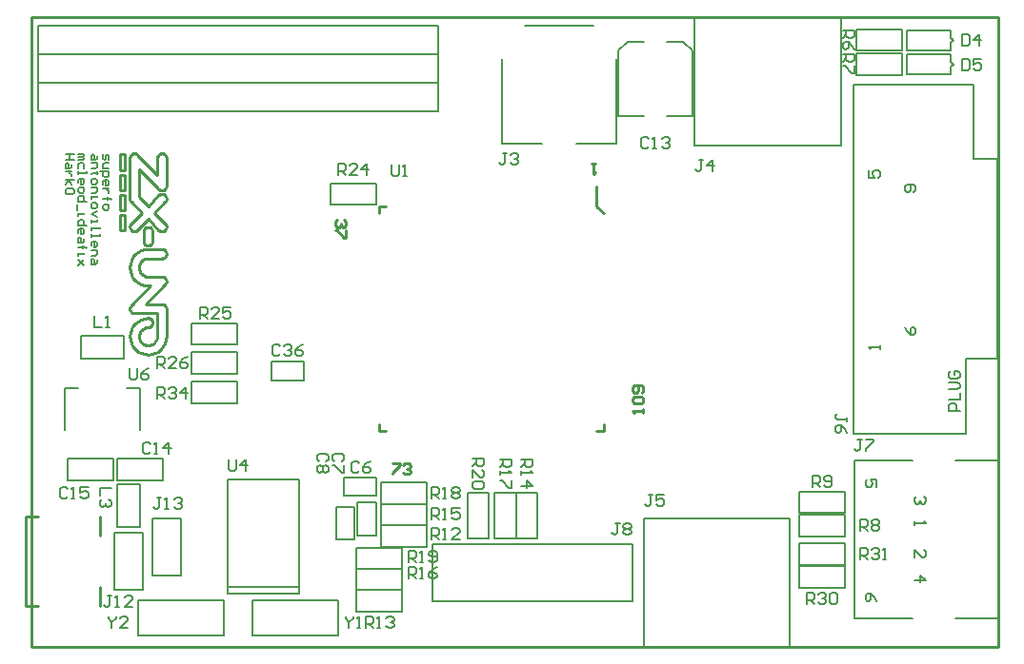
<source format=gto>
G04 Layer_Color=65535*
%FSLAX23Y23*%
%MOIN*%
G70*
G01*
G75*
%ADD30C,0.008*%
%ADD32C,0.010*%
%ADD62C,0.008*%
%ADD63C,0.006*%
%ADD64C,0.010*%
D30*
X3273Y746D02*
Y1008D01*
X3380D01*
Y1708D01*
X3298D02*
X3380D01*
X3298D02*
Y1970D01*
X2878D02*
X3298D01*
X2878Y746D02*
Y1970D01*
Y746D02*
X3273D01*
X1729Y2177D02*
X1968D01*
X2049Y1764D02*
Y2059D01*
X1908Y1764D02*
X2049D01*
X1649D02*
Y2059D01*
X2656Y47D02*
Y448D01*
X2144D02*
X2656D01*
X2144Y-0D02*
Y448D01*
Y-0D02*
X2282D01*
X2518D02*
X2656D01*
Y47D01*
X2656D02*
X2656D01*
X2282Y-0D02*
X2518D01*
X2322Y1756D02*
Y2157D01*
Y1756D02*
X2834D01*
Y2204D01*
X2696D02*
X2834D01*
X2322D02*
X2460D01*
X2322Y2157D02*
Y2204D01*
Y2157D02*
X2322D01*
X2460Y2204D02*
X2696D01*
X25Y2175D02*
X1425D01*
X25Y2075D02*
Y2175D01*
Y2075D02*
X1425D01*
Y2175D01*
X25Y2075D02*
X1425D01*
X25Y1975D02*
Y2075D01*
Y1975D02*
X1425D01*
Y2075D01*
X25Y1975D02*
X1425D01*
X25Y1875D02*
Y1975D01*
Y1875D02*
X1425D01*
Y1975D01*
X2881Y652D02*
X3086D01*
X2881Y98D02*
Y652D01*
Y98D02*
X3086D01*
X3236Y652D02*
X3386D01*
Y98D02*
Y652D01*
X3236Y98D02*
X3386D01*
X688Y585D02*
X938D01*
Y185D02*
Y585D01*
X688Y185D02*
X938D01*
X688D02*
Y585D01*
Y210D02*
X938D01*
X375Y162D02*
X675D01*
Y38D02*
Y162D01*
X375Y38D02*
X675D01*
X375D02*
Y162D01*
X1075Y38D02*
Y162D01*
X775D02*
X1075D01*
X775Y38D02*
Y162D01*
Y38D02*
X1075D01*
X2060Y432D02*
X2046D01*
X2053D01*
Y399D01*
X2046Y392D01*
X2040D01*
X2033Y399D01*
X2073Y426D02*
X2080Y432D01*
X2093D01*
X2100Y426D01*
Y419D01*
X2093Y412D01*
X2100Y406D01*
Y399D01*
X2093Y392D01*
X2080D01*
X2073Y399D01*
Y406D01*
X2080Y412D01*
X2073Y419D01*
Y426D01*
X2080Y412D02*
X2093D01*
X440Y975D02*
Y1015D01*
X460D01*
X467Y1008D01*
Y995D01*
X460Y988D01*
X440D01*
X453D02*
X467Y975D01*
X507D02*
X480D01*
X507Y1002D01*
Y1008D01*
X500Y1015D01*
X487D01*
X480Y1008D01*
X547Y1015D02*
X533Y1008D01*
X520Y995D01*
Y982D01*
X527Y975D01*
X540D01*
X547Y982D01*
Y988D01*
X540Y995D01*
X520D01*
X590Y1150D02*
Y1190D01*
X610D01*
X617Y1183D01*
Y1170D01*
X610Y1163D01*
X590D01*
X603D02*
X617Y1150D01*
X657D02*
X630D01*
X657Y1177D01*
Y1183D01*
X650Y1190D01*
X637D01*
X630Y1183D01*
X697Y1190D02*
X670D01*
Y1170D01*
X683Y1177D01*
X690D01*
X697Y1170D01*
Y1157D01*
X690Y1150D01*
X677D01*
X670Y1157D01*
X1147Y643D02*
X1140Y650D01*
X1127D01*
X1120Y643D01*
Y617D01*
X1127Y610D01*
X1140D01*
X1147Y617D01*
X1187Y650D02*
X1173Y643D01*
X1160Y630D01*
Y617D01*
X1167Y610D01*
X1180D01*
X1187Y617D01*
Y623D01*
X1180Y630D01*
X1160D01*
X1088Y648D02*
X1095Y655D01*
Y668D01*
X1088Y675D01*
X1062D01*
X1055Y668D01*
Y655D01*
X1062Y648D01*
X1095Y635D02*
Y608D01*
X1088D01*
X1062Y635D01*
X1055D01*
X1033Y648D02*
X1040Y655D01*
Y668D01*
X1033Y675D01*
X1007D01*
X1000Y668D01*
Y655D01*
X1007Y648D01*
X1033Y635D02*
X1040Y628D01*
Y615D01*
X1033Y608D01*
X1027D01*
X1020Y615D01*
X1013Y608D01*
X1007D01*
X1000Y615D01*
Y628D01*
X1007Y635D01*
X1013D01*
X1020Y628D01*
X1027Y635D01*
X1033D01*
X1020Y628D02*
Y615D01*
X2162Y1780D02*
X2155Y1787D01*
X2142D01*
X2135Y1780D01*
Y1754D01*
X2142Y1747D01*
X2155D01*
X2162Y1754D01*
X2175Y1747D02*
X2188D01*
X2182D01*
Y1787D01*
X2175Y1780D01*
X2208D02*
X2215Y1787D01*
X2228D01*
X2235Y1780D01*
Y1774D01*
X2228Y1767D01*
X2222D01*
X2228D01*
X2235Y1760D01*
Y1754D01*
X2228Y1747D01*
X2215D01*
X2208Y1754D01*
X417Y708D02*
X410Y715D01*
X397D01*
X390Y708D01*
Y682D01*
X397Y675D01*
X410D01*
X417Y682D01*
X430Y675D02*
X443D01*
X437D01*
Y715D01*
X430Y708D01*
X483Y675D02*
Y715D01*
X463Y695D01*
X490D01*
X127Y553D02*
X120Y560D01*
X107D01*
X100Y553D01*
Y527D01*
X107Y520D01*
X120D01*
X127Y527D01*
X140Y520D02*
X153D01*
X147D01*
Y560D01*
X140Y553D01*
X200Y560D02*
X173D01*
Y540D01*
X187Y547D01*
X193D01*
X200Y540D01*
Y527D01*
X193Y520D01*
X180D01*
X173Y527D01*
X872Y1053D02*
X865Y1060D01*
X852D01*
X845Y1053D01*
Y1027D01*
X852Y1020D01*
X865D01*
X872Y1027D01*
X885Y1053D02*
X892Y1060D01*
X905D01*
X912Y1053D01*
Y1047D01*
X905Y1040D01*
X898D01*
X905D01*
X912Y1033D01*
Y1027D01*
X905Y1020D01*
X892D01*
X885Y1027D01*
X952Y1060D02*
X938Y1053D01*
X925Y1040D01*
Y1027D01*
X932Y1020D01*
X945D01*
X952Y1027D01*
Y1033D01*
X945Y1040D01*
X925D01*
X3258Y2145D02*
Y2105D01*
X3278D01*
X3285Y2112D01*
Y2138D01*
X3278Y2145D01*
X3258D01*
X3318Y2105D02*
Y2145D01*
X3298Y2125D01*
X3325D01*
X3258Y2060D02*
Y2020D01*
X3278D01*
X3285Y2027D01*
Y2053D01*
X3278Y2060D01*
X3258D01*
X3325D02*
X3298D01*
Y2040D01*
X3311Y2047D01*
X3318D01*
X3325Y2040D01*
Y2027D01*
X3318Y2020D01*
X3305D01*
X3298Y2027D01*
X1665Y1730D02*
X1652D01*
X1658D01*
Y1697D01*
X1652Y1690D01*
X1645D01*
X1638Y1697D01*
X1678Y1723D02*
X1685Y1730D01*
X1698D01*
X1705Y1723D01*
Y1717D01*
X1698Y1710D01*
X1691D01*
X1698D01*
X1705Y1703D01*
Y1697D01*
X1698Y1690D01*
X1685D01*
X1678Y1697D01*
X2352Y1706D02*
X2338D01*
X2345D01*
Y1673D01*
X2338Y1666D01*
X2332D01*
X2325Y1673D01*
X2385Y1666D02*
Y1706D01*
X2365Y1686D01*
X2392D01*
X2175Y533D02*
X2162D01*
X2168D01*
Y500D01*
X2162Y493D01*
X2155D01*
X2148Y500D01*
X2215Y533D02*
X2188D01*
Y513D01*
X2201Y520D01*
X2208D01*
X2215Y513D01*
Y500D01*
X2208Y493D01*
X2195D01*
X2188Y500D01*
X2855Y789D02*
Y803D01*
Y796D01*
X2822D01*
X2815Y803D01*
Y809D01*
X2822Y816D01*
X2855Y749D02*
X2848Y763D01*
X2835Y776D01*
X2822D01*
X2815Y769D01*
Y756D01*
X2822Y749D01*
X2828D01*
X2835Y756D01*
Y776D01*
X2907Y725D02*
X2893D01*
X2900D01*
Y692D01*
X2893Y685D01*
X2887D01*
X2880Y692D01*
X2920Y725D02*
X2947D01*
Y718D01*
X2920Y692D01*
Y685D01*
X2840Y2160D02*
X2880D01*
Y2140D01*
X2873Y2133D01*
X2860D01*
X2853Y2140D01*
Y2160D01*
Y2147D02*
X2840Y2133D01*
X2880Y2093D02*
X2873Y2107D01*
X2860Y2120D01*
X2847D01*
X2840Y2113D01*
Y2100D01*
X2847Y2093D01*
X2853D01*
X2860Y2100D01*
Y2120D01*
X2840Y2075D02*
X2880D01*
Y2055D01*
X2873Y2048D01*
X2860D01*
X2853Y2055D01*
Y2075D01*
Y2062D02*
X2840Y2048D01*
X2880Y2035D02*
Y2008D01*
X2873D01*
X2847Y2035D01*
X2840D01*
X2900Y405D02*
Y445D01*
X2920D01*
X2927Y438D01*
Y425D01*
X2920Y418D01*
X2900D01*
X2913D02*
X2927Y405D01*
X2940Y438D02*
X2947Y445D01*
X2960D01*
X2967Y438D01*
Y432D01*
X2960Y425D01*
X2967Y418D01*
Y412D01*
X2960Y405D01*
X2947D01*
X2940Y412D01*
Y418D01*
X2947Y425D01*
X2940Y432D01*
Y438D01*
X2947Y425D02*
X2960D01*
X2735Y560D02*
Y600D01*
X2755D01*
X2762Y593D01*
Y580D01*
X2755Y573D01*
X2735D01*
X2748D02*
X2762Y560D01*
X2775Y567D02*
X2782Y560D01*
X2795D01*
X2802Y567D01*
Y593D01*
X2795Y600D01*
X2782D01*
X2775Y593D01*
Y587D01*
X2782Y580D01*
X2802D01*
X1400Y375D02*
Y415D01*
X1420D01*
X1427Y408D01*
Y395D01*
X1420Y388D01*
X1400D01*
X1413D02*
X1427Y375D01*
X1440D02*
X1453D01*
X1447D01*
Y415D01*
X1440Y408D01*
X1500Y375D02*
X1473D01*
X1500Y402D01*
Y408D01*
X1493Y415D01*
X1480D01*
X1473Y408D01*
X1170Y65D02*
Y105D01*
X1190D01*
X1197Y98D01*
Y85D01*
X1190Y78D01*
X1170D01*
X1183D02*
X1197Y65D01*
X1210D02*
X1223D01*
X1217D01*
Y105D01*
X1210Y98D01*
X1243D02*
X1250Y105D01*
X1263D01*
X1270Y98D01*
Y92D01*
X1263Y85D01*
X1257D01*
X1263D01*
X1270Y78D01*
Y72D01*
X1263Y65D01*
X1250D01*
X1243Y72D01*
X1715Y655D02*
X1755D01*
Y635D01*
X1748Y628D01*
X1735D01*
X1728Y635D01*
Y655D01*
Y642D02*
X1715Y628D01*
Y615D02*
Y602D01*
Y608D01*
X1755D01*
X1748Y615D01*
X1715Y562D02*
X1755D01*
X1735Y582D01*
Y555D01*
X1400Y445D02*
Y485D01*
X1420D01*
X1427Y478D01*
Y465D01*
X1420Y458D01*
X1400D01*
X1413D02*
X1427Y445D01*
X1440D02*
X1453D01*
X1447D01*
Y485D01*
X1440Y478D01*
X1500Y485D02*
X1473D01*
Y465D01*
X1487Y472D01*
X1493D01*
X1500Y465D01*
Y452D01*
X1493Y445D01*
X1480D01*
X1473Y452D01*
X1320Y240D02*
Y280D01*
X1340D01*
X1347Y273D01*
Y260D01*
X1340Y253D01*
X1320D01*
X1333D02*
X1347Y240D01*
X1360D02*
X1373D01*
X1367D01*
Y280D01*
X1360Y273D01*
X1420Y280D02*
X1407Y273D01*
X1393Y260D01*
Y247D01*
X1400Y240D01*
X1413D01*
X1420Y247D01*
Y253D01*
X1413Y260D01*
X1393D01*
X1640Y655D02*
X1680D01*
Y635D01*
X1673Y628D01*
X1660D01*
X1653Y635D01*
Y655D01*
Y642D02*
X1640Y628D01*
Y615D02*
Y602D01*
Y608D01*
X1680D01*
X1673Y615D01*
X1680Y582D02*
Y555D01*
X1673D01*
X1647Y582D01*
X1640D01*
X1400Y520D02*
Y560D01*
X1420D01*
X1427Y553D01*
Y540D01*
X1420Y533D01*
X1400D01*
X1413D02*
X1427Y520D01*
X1440D02*
X1453D01*
X1447D01*
Y560D01*
X1440Y553D01*
X1473D02*
X1480Y560D01*
X1493D01*
X1500Y553D01*
Y547D01*
X1493Y540D01*
X1500Y533D01*
Y527D01*
X1493Y520D01*
X1480D01*
X1473Y527D01*
Y533D01*
X1480Y540D01*
X1473Y547D01*
Y553D01*
X1480Y540D02*
X1493D01*
X1320Y295D02*
Y335D01*
X1340D01*
X1347Y328D01*
Y315D01*
X1340Y308D01*
X1320D01*
X1333D02*
X1347Y295D01*
X1360D02*
X1373D01*
X1367D01*
Y335D01*
X1360Y328D01*
X1393Y302D02*
X1400Y295D01*
X1413D01*
X1420Y302D01*
Y328D01*
X1413Y335D01*
X1400D01*
X1393Y328D01*
Y322D01*
X1400Y315D01*
X1420D01*
X1545Y660D02*
X1585D01*
Y640D01*
X1578Y633D01*
X1565D01*
X1558Y640D01*
Y660D01*
Y647D02*
X1545Y633D01*
Y593D02*
Y620D01*
X1572Y593D01*
X1578D01*
X1585Y600D01*
Y613D01*
X1578Y620D01*
Y580D02*
X1585Y573D01*
Y560D01*
X1578Y553D01*
X1552D01*
X1545Y560D01*
Y573D01*
X1552Y580D01*
X1578D01*
X1074Y1654D02*
Y1694D01*
X1094D01*
X1101Y1687D01*
Y1674D01*
X1094Y1667D01*
X1074D01*
X1088D02*
X1101Y1654D01*
X1141D02*
X1114D01*
X1141Y1681D01*
Y1687D01*
X1134Y1694D01*
X1121D01*
X1114Y1687D01*
X1174Y1654D02*
Y1694D01*
X1154Y1674D01*
X1181D01*
X2715Y150D02*
Y190D01*
X2735D01*
X2742Y183D01*
Y170D01*
X2735Y163D01*
X2715D01*
X2728D02*
X2742Y150D01*
X2755Y183D02*
X2762Y190D01*
X2775D01*
X2782Y183D01*
Y177D01*
X2775Y170D01*
X2768D01*
X2775D01*
X2782Y163D01*
Y157D01*
X2775Y150D01*
X2762D01*
X2755Y157D01*
X2795Y183D02*
X2802Y190D01*
X2815D01*
X2822Y183D01*
Y157D01*
X2815Y150D01*
X2802D01*
X2795Y157D01*
Y183D01*
X2900Y305D02*
Y345D01*
X2920D01*
X2927Y338D01*
Y325D01*
X2920Y318D01*
X2900D01*
X2913D02*
X2927Y305D01*
X2940Y338D02*
X2947Y345D01*
X2960D01*
X2967Y338D01*
Y332D01*
X2960Y325D01*
X2953D01*
X2960D01*
X2967Y318D01*
Y312D01*
X2960Y305D01*
X2947D01*
X2940Y312D01*
X2980Y305D02*
X2993D01*
X2987D01*
Y345D01*
X2980Y338D01*
X440Y870D02*
Y910D01*
X460D01*
X467Y903D01*
Y890D01*
X460Y883D01*
X440D01*
X453D02*
X467Y870D01*
X480Y903D02*
X487Y910D01*
X500D01*
X507Y903D01*
Y897D01*
X500Y890D01*
X493D01*
X500D01*
X507Y883D01*
Y877D01*
X500Y870D01*
X487D01*
X480Y877D01*
X540Y870D02*
Y910D01*
X520Y890D01*
X547D01*
X1260Y1690D02*
Y1657D01*
X1267Y1650D01*
X1280D01*
X1287Y1657D01*
Y1690D01*
X1300Y1650D02*
X1314D01*
X1307D01*
Y1690D01*
X1300Y1684D01*
X690Y655D02*
Y622D01*
X697Y615D01*
X710D01*
X717Y622D01*
Y655D01*
X750Y615D02*
Y655D01*
X730Y635D01*
X757D01*
X345Y975D02*
Y942D01*
X352Y935D01*
X365D01*
X372Y942D01*
Y975D01*
X412D02*
X398Y968D01*
X385Y955D01*
Y942D01*
X392Y935D01*
X405D01*
X412Y942D01*
Y948D01*
X405Y955D01*
X385D01*
X1100Y105D02*
Y98D01*
X1113Y85D01*
X1127Y98D01*
Y105D01*
X1113Y85D02*
Y65D01*
X1140D02*
X1153D01*
X1147D01*
Y105D01*
X1140Y98D01*
X282Y180D02*
X268D01*
X275D01*
Y147D01*
X268Y140D01*
X262D01*
X255Y147D01*
X295Y140D02*
X308D01*
X302D01*
Y180D01*
X295Y173D01*
X355Y140D02*
X328D01*
X355Y167D01*
Y173D01*
X348Y180D01*
X335D01*
X328Y173D01*
X222Y1161D02*
Y1121D01*
X249D01*
X262D02*
X275D01*
X269D01*
Y1161D01*
X262Y1154D01*
X280Y555D02*
X240D01*
Y528D01*
X273Y515D02*
X280Y508D01*
Y495D01*
X273Y488D01*
X267D01*
X260Y495D01*
Y502D01*
Y495D01*
X253Y488D01*
X247D01*
X240Y495D01*
Y508D01*
X247Y515D01*
X270Y105D02*
Y98D01*
X283Y85D01*
X297Y98D01*
Y105D01*
X283Y85D02*
Y65D01*
X337D02*
X310D01*
X337Y92D01*
Y98D01*
X330Y105D01*
X317D01*
X310Y98D01*
X456Y522D02*
X443D01*
X449D01*
Y489D01*
X443Y482D01*
X436D01*
X429Y489D01*
X469Y482D02*
X482D01*
X476D01*
Y522D01*
X469Y515D01*
X502D02*
X509Y522D01*
X522D01*
X529Y515D01*
Y509D01*
X522Y502D01*
X516D01*
X522D01*
X529Y495D01*
Y489D01*
X522Y482D01*
X509D01*
X502Y489D01*
X3250Y827D02*
X3212D01*
Y846D01*
X3218Y852D01*
X3231D01*
X3237Y846D01*
Y827D01*
X3212Y865D02*
X3250D01*
Y890D01*
X3212Y902D02*
X3243D01*
X3250Y909D01*
Y921D01*
X3243Y927D01*
X3212D01*
X3218Y965D02*
X3212Y959D01*
Y946D01*
X3218Y940D01*
X3243D01*
X3250Y946D01*
Y959D01*
X3243Y965D01*
X3231D01*
Y952D01*
X2971Y1044D02*
Y1057D01*
Y1050D01*
X2933D01*
X2939Y1044D01*
X2933Y1669D02*
Y1644D01*
X2952D01*
X2946Y1657D01*
Y1663D01*
X2952Y1669D01*
X2964D01*
X2971Y1663D01*
Y1650D01*
X2964Y1644D01*
X3058Y1119D02*
X3064Y1107D01*
X3077Y1094D01*
X3089D01*
X3096Y1100D01*
Y1113D01*
X3089Y1119D01*
X3083D01*
X3077Y1113D01*
Y1094D01*
X3089Y1594D02*
X3096Y1600D01*
Y1613D01*
X3089Y1619D01*
X3064D01*
X3058Y1613D01*
Y1600D01*
X3064Y1594D01*
X3071D01*
X3077Y1600D01*
Y1619D01*
D32*
X1979Y1544D02*
Y1613D01*
Y1544D02*
X2004Y1519D01*
X1217Y757D02*
X1242D01*
X1217D02*
Y781D01*
Y1519D02*
Y1544D01*
X1242D01*
X2004Y757D02*
Y781D01*
X1979Y757D02*
X2004D01*
X0Y2205D02*
X3386D01*
X0Y0D02*
Y2205D01*
Y0D02*
X3386D01*
Y2205D01*
X310Y1654D02*
X329D01*
X310Y1600D02*
Y1654D01*
Y1600D02*
X329D01*
Y1654D01*
X310Y1725D02*
X329D01*
X310Y1670D02*
Y1725D01*
Y1670D02*
X329D01*
Y1725D01*
X407Y1470D02*
X410Y1471D01*
X403Y1469D02*
X407Y1470D01*
X401Y1468D02*
X403Y1469D01*
X398Y1466D02*
X401Y1468D01*
X396Y1464D02*
X398Y1466D01*
X395Y1461D02*
X396Y1464D01*
X394Y1458D02*
X395Y1461D01*
X394Y1454D02*
X394Y1458D01*
X394Y1422D02*
Y1454D01*
Y1422D02*
X394Y1419D01*
X395Y1416D01*
X396Y1413D01*
X398Y1411D01*
X401Y1409D01*
X403Y1407D01*
X407Y1406D01*
X410Y1406D01*
X413Y1406D01*
X416Y1407D01*
X419Y1409D01*
X421Y1411D01*
X423Y1413D01*
X424Y1416D01*
X426Y1419D01*
X426Y1422D01*
Y1454D01*
X426Y1458D02*
X426Y1454D01*
X424Y1461D02*
X426Y1458D01*
X423Y1464D02*
X424Y1461D01*
X421Y1466D02*
X423Y1464D01*
X419Y1468D02*
X421Y1466D01*
X416Y1469D02*
X419Y1468D01*
X413Y1470D02*
X416Y1469D01*
X410Y1471D02*
X413Y1470D01*
X377Y1673D02*
X446Y1605D01*
X446Y1604D01*
X449Y1602D01*
X451Y1601D01*
X455Y1600D01*
X458Y1599D01*
X461Y1600D01*
X464Y1601D01*
X467Y1602D01*
X469Y1604D01*
X471Y1606D01*
X473Y1609D01*
X474Y1612D01*
X474Y1615D01*
Y1712D01*
X474Y1715D02*
X474Y1712D01*
X473Y1718D02*
X474Y1715D01*
X471Y1721D02*
X473Y1718D01*
X469Y1723D02*
X471Y1721D01*
X467Y1725D02*
X469Y1723D01*
X464Y1727D02*
X467Y1725D01*
X461Y1728D02*
X464Y1727D01*
X458Y1728D02*
X461Y1728D01*
X455D02*
X458Y1728D01*
X452Y1727D02*
X455Y1728D01*
X449Y1725D02*
X452Y1727D01*
X447Y1723D02*
X449Y1725D01*
X445Y1721D02*
X447Y1723D01*
X443Y1718D02*
X445Y1721D01*
X442Y1715D02*
X443Y1718D01*
X442Y1712D02*
X442Y1715D01*
X442Y1654D02*
Y1712D01*
X373Y1723D02*
X442Y1654D01*
X373Y1723D02*
Y1723D01*
X373Y1723D02*
X373Y1723D01*
X371Y1725D02*
X373Y1723D01*
X368Y1727D02*
X371Y1725D01*
X365Y1728D02*
X368Y1727D01*
X361Y1728D02*
X365Y1728D01*
X358Y1728D02*
X361Y1728D01*
X355Y1727D02*
X358Y1728D01*
X352Y1725D02*
X355Y1727D01*
X350Y1723D02*
X352Y1725D01*
X348Y1721D02*
X350Y1723D01*
X347Y1718D02*
X348Y1721D01*
X346Y1715D02*
X347Y1718D01*
X345Y1712D02*
X346Y1715D01*
X345Y1570D02*
Y1712D01*
Y1570D02*
Y1570D01*
Y1570D02*
X346Y1567D01*
X347Y1564D01*
X348Y1561D01*
X350Y1558D01*
X387Y1521D01*
X350Y1484D02*
X387Y1521D01*
X348Y1481D02*
X350Y1484D01*
X347Y1478D02*
X348Y1481D01*
X346Y1475D02*
X347Y1478D01*
X345Y1472D02*
X346Y1475D01*
X345Y1472D02*
X346Y1469D01*
X347Y1466D01*
X348Y1463D01*
X350Y1460D01*
X353Y1458D01*
X356Y1457D01*
X359Y1456D01*
X361Y1456D01*
X365Y1456D01*
X368Y1457D01*
X370Y1458D01*
X373Y1460D01*
X410Y1498D01*
X446Y1460D01*
X449Y1458D01*
X452Y1457D01*
X455Y1456D01*
X458Y1456D01*
X461Y1456D01*
X464Y1457D01*
X467Y1458D01*
X469Y1460D01*
X471Y1463D01*
X473Y1466D01*
X474Y1469D01*
X474Y1472D01*
X474Y1475D02*
X474Y1472D01*
X473Y1478D02*
X474Y1475D01*
X471Y1481D02*
X473Y1478D01*
X469Y1484D02*
X471Y1481D01*
X433Y1521D02*
X469Y1484D01*
X433Y1521D02*
X469Y1558D01*
X471Y1561D01*
X473Y1564D01*
X474Y1567D01*
X474Y1570D01*
X474Y1573D02*
X474Y1570D01*
X473Y1576D02*
X474Y1573D01*
X471Y1579D02*
X473Y1576D01*
X469Y1582D02*
X471Y1579D01*
X467Y1584D02*
X469Y1582D01*
X464Y1585D02*
X467Y1584D01*
X461Y1586D02*
X464Y1585D01*
X458Y1587D02*
X461Y1586D01*
X455D02*
X458Y1587D01*
X452Y1585D02*
X455Y1586D01*
X449Y1584D02*
X452Y1585D01*
X446Y1582D02*
X449Y1584D01*
X410Y1544D02*
X446Y1582D01*
X377Y1577D02*
X410Y1544D01*
X377Y1577D02*
Y1673D01*
X397Y1151D02*
X410Y1152D01*
X385Y1147D02*
X397Y1151D01*
X374Y1141D02*
X385Y1147D01*
X364Y1133D02*
X374Y1141D01*
X356Y1124D02*
X364Y1133D01*
X350Y1113D02*
X356Y1124D01*
X347Y1101D02*
X350Y1113D01*
X345Y1088D02*
X347Y1101D01*
X345Y1088D02*
X347Y1075D01*
X350Y1062D01*
X356Y1052D01*
X364Y1042D01*
X374Y1034D01*
X385Y1028D01*
X397Y1025D01*
X410Y1023D01*
X423Y1025D01*
X435Y1028D01*
X446Y1034D01*
X455Y1042D01*
X463Y1052D01*
X469Y1062D01*
X473Y1075D01*
X474Y1088D01*
Y1184D01*
Y1184D01*
X474Y1187D02*
X474Y1184D01*
X473Y1190D02*
X474Y1187D01*
X471Y1193D02*
X473Y1190D01*
X469Y1196D02*
X471Y1193D01*
X467Y1197D02*
X469Y1196D01*
X464Y1199D02*
X467Y1197D01*
X461Y1200D02*
X464Y1199D01*
X458Y1200D02*
X461Y1200D01*
X400Y1200D02*
X458D01*
X400D02*
X469Y1269D01*
X471Y1272D01*
X473Y1274D01*
X474Y1278D01*
X474Y1281D01*
X474Y1284D02*
X474Y1281D01*
X473Y1287D02*
X474Y1284D01*
X471Y1290D02*
X473Y1287D01*
X469Y1292D02*
X471Y1290D01*
X467Y1294D02*
X469Y1292D01*
X464Y1296D02*
X467Y1294D01*
X461Y1296D02*
X464Y1296D01*
X458Y1297D02*
X461Y1296D01*
X410Y1297D02*
X458D01*
X403Y1297D02*
X410Y1297D01*
X397Y1299D02*
X403Y1297D01*
X392Y1302D02*
X397Y1299D01*
X387Y1306D02*
X392Y1302D01*
X383Y1311D02*
X387Y1306D01*
X380Y1316D02*
X383Y1311D01*
X378Y1322D02*
X380Y1316D01*
X377Y1329D02*
X378Y1322D01*
X377Y1329D02*
X378Y1336D01*
X380Y1342D01*
X383Y1347D01*
X387Y1352D01*
X392Y1356D01*
X397Y1359D01*
X403Y1361D01*
X410Y1361D01*
X458D01*
X461Y1362D01*
X464Y1362D01*
X467Y1364D01*
X469Y1366D01*
X471Y1368D01*
X473Y1371D01*
X474Y1374D01*
X474Y1377D01*
X474Y1380D02*
X474Y1377D01*
X473Y1384D02*
X474Y1380D01*
X471Y1386D02*
X473Y1384D01*
X469Y1389D02*
X471Y1386D01*
X467Y1391D02*
X469Y1389D01*
X464Y1392D02*
X467Y1391D01*
X461Y1393D02*
X464Y1392D01*
X458Y1393D02*
X461Y1393D01*
X410Y1393D02*
X458D01*
X397Y1392D02*
X410Y1393D01*
X385Y1388D02*
X397Y1392D01*
X374Y1382D02*
X385Y1388D01*
X364Y1375D02*
X374Y1382D01*
X356Y1365D02*
X364Y1375D01*
X350Y1354D02*
X356Y1365D01*
X347Y1342D02*
X350Y1354D01*
X345Y1329D02*
X347Y1342D01*
X345Y1329D02*
X347Y1316D01*
X350Y1304D01*
X356Y1293D01*
X364Y1283D01*
X374Y1276D01*
X385Y1270D01*
X397Y1266D01*
X410Y1265D01*
X419D01*
X351Y1196D02*
X419Y1265D01*
X349Y1194D02*
X351Y1196D01*
X347Y1191D02*
X349Y1194D01*
X346Y1188D02*
X347Y1191D01*
X345Y1184D02*
X346Y1188D01*
X345Y1184D02*
X346Y1181D01*
X347Y1178D01*
X348Y1175D01*
X350Y1173D01*
X352Y1171D01*
X355Y1169D01*
X358Y1168D01*
X361Y1168D01*
X442D01*
Y1088D02*
Y1168D01*
X441Y1081D02*
X442Y1088D01*
X439Y1075D02*
X441Y1081D01*
X436Y1070D02*
X439Y1075D01*
X433Y1065D02*
X436Y1070D01*
X428Y1061D02*
X433Y1065D01*
X422Y1058D02*
X428Y1061D01*
X416Y1056D02*
X422Y1058D01*
X410Y1055D02*
X416Y1056D01*
X403D02*
X410Y1055D01*
X397Y1058D02*
X403Y1056D01*
X392Y1061D02*
X397Y1058D01*
X387Y1065D02*
X392Y1061D01*
X383Y1070D02*
X387Y1065D01*
X380Y1075D02*
X383Y1070D01*
X378Y1081D02*
X380Y1075D01*
X377Y1088D02*
X378Y1081D01*
X377Y1088D02*
X378Y1094D01*
X380Y1100D01*
X383Y1106D01*
X387Y1110D01*
X392Y1114D01*
X397Y1117D01*
X403Y1119D01*
X410Y1120D01*
X413Y1120D01*
X416Y1121D01*
X419Y1122D01*
X421Y1125D01*
X423Y1127D01*
X424Y1130D01*
X426Y1133D01*
X426Y1136D01*
X426Y1139D02*
X426Y1136D01*
X424Y1142D02*
X426Y1139D01*
X423Y1145D02*
X424Y1142D01*
X421Y1147D02*
X423Y1145D01*
X419Y1149D02*
X421Y1147D01*
X416Y1151D02*
X419Y1149D01*
X413Y1152D02*
X416Y1151D01*
X410Y1152D02*
X413Y1152D01*
X310Y1512D02*
X329D01*
X310Y1458D02*
Y1512D01*
Y1458D02*
X329D01*
Y1512D01*
X310Y1583D02*
X329D01*
X310Y1529D02*
Y1583D01*
Y1529D02*
X329D01*
Y1583D01*
X1265Y642D02*
X1290D01*
Y636D01*
X1265Y611D01*
Y605D01*
X1302Y636D02*
X1309Y642D01*
X1321D01*
X1327Y636D01*
Y630D01*
X1321Y624D01*
X1315D01*
X1321D01*
X1327Y617D01*
Y611D01*
X1321Y605D01*
X1309D01*
X1302Y611D01*
X1974Y1693D02*
X1962D01*
X1968D01*
Y1656D01*
X1974Y1662D01*
X1096Y1495D02*
X1102Y1489D01*
Y1476D01*
X1096Y1470D01*
X1090D01*
X1084Y1476D01*
Y1483D01*
Y1476D01*
X1077Y1470D01*
X1071D01*
X1065Y1476D01*
Y1489D01*
X1071Y1495D01*
X1102Y1458D02*
Y1433D01*
X1096D01*
X1071Y1458D01*
X1065D01*
X2143Y821D02*
Y834D01*
Y827D01*
X2106D01*
X2112Y821D01*
Y852D02*
X2106Y859D01*
Y871D01*
X2112Y877D01*
X2137D01*
X2143Y871D01*
Y859D01*
X2137Y852D01*
X2112D01*
X2137Y890D02*
X2143Y896D01*
Y909D01*
X2137Y915D01*
X2112D01*
X2106Y909D01*
Y896D01*
X2112Y890D01*
X2118D01*
X2125Y896D01*
Y915D01*
D62*
X1649Y1764D02*
X1789D01*
X2224Y1860D02*
X2315D01*
X2055Y1860D02*
X2146D01*
X2315Y1860D02*
Y2088D01*
X2283Y2120D02*
X2315Y2088D01*
X2224Y2120D02*
X2283D01*
X2087Y2120D02*
X2146D01*
X2055Y2088D02*
X2087Y2120D01*
X2055Y1860D02*
Y2088D01*
X2105Y160D02*
Y360D01*
X1405Y160D02*
Y360D01*
X2105D01*
X1405Y160D02*
X2105D01*
X390Y200D02*
Y400D01*
X290D02*
X390D01*
X290Y200D02*
Y400D01*
Y200D02*
X390D01*
X525Y250D02*
Y450D01*
X425D02*
X525D01*
X425Y250D02*
Y450D01*
Y250D02*
X525D01*
D63*
X128Y582D02*
Y658D01*
Y582D02*
X288D01*
Y658D01*
X128D02*
X288D01*
X462Y582D02*
Y658D01*
X302D02*
X462D01*
X302Y582D02*
Y658D01*
Y582D02*
X462D01*
X1225Y350D02*
Y426D01*
Y350D02*
X1385D01*
Y426D01*
X1225D02*
X1385D01*
X1133Y375D02*
Y491D01*
X1068D02*
X1133D01*
X1068Y375D02*
Y491D01*
Y375D02*
X1133D01*
X3065Y2090D02*
Y2160D01*
Y2090D02*
X3219D01*
Y2116D01*
X3227Y2125D01*
X3219Y2134D02*
X3227Y2125D01*
X3219Y2134D02*
Y2160D01*
X3065D02*
X3219D01*
X3065Y2075D02*
X3219D01*
Y2049D02*
Y2075D01*
Y2049D02*
X3227Y2040D01*
X3219Y2032D02*
X3227Y2040D01*
X3219Y2005D02*
Y2032D01*
X3065Y2005D02*
X3219D01*
X3065D02*
Y2075D01*
X3047Y2088D02*
Y2162D01*
X2887D02*
X3047D01*
X2887Y2088D02*
Y2162D01*
Y2088D02*
X3047D01*
X2887Y2003D02*
X3047D01*
X2887D02*
Y2078D01*
X3047D01*
Y2003D02*
Y2078D01*
X1047Y1548D02*
X1207D01*
X1047D02*
Y1622D01*
X1207D01*
Y1548D02*
Y1622D01*
X2688Y543D02*
X2848D01*
Y468D02*
Y543D01*
X2688Y468D02*
X2848D01*
X2688D02*
Y543D01*
Y207D02*
Y282D01*
Y207D02*
X2848D01*
Y282D01*
X2688D02*
X2848D01*
X2688Y463D02*
X2848D01*
Y387D02*
Y463D01*
X2688Y387D02*
X2848D01*
X2688D02*
Y463D01*
Y287D02*
Y363D01*
Y287D02*
X2848D01*
Y363D01*
X2688D02*
X2848D01*
X1697Y378D02*
Y538D01*
X1773D01*
Y378D02*
Y538D01*
X1697Y378D02*
X1773D01*
X1622D02*
Y538D01*
X1697D01*
Y378D02*
Y538D01*
X1622Y378D02*
X1697D01*
X1528D02*
X1602D01*
Y538D01*
X1528D02*
X1602D01*
X1528Y378D02*
Y538D01*
X1138Y347D02*
X1298D01*
Y273D02*
Y347D01*
X1138Y273D02*
X1298D01*
X1138D02*
Y347D01*
Y273D02*
X1298D01*
Y198D02*
Y273D01*
X1138Y198D02*
X1298D01*
X1138D02*
Y273D01*
X1225Y576D02*
X1385D01*
Y501D02*
Y576D01*
X1225Y501D02*
X1385D01*
X1225D02*
Y576D01*
Y501D02*
X1385D01*
Y426D02*
Y501D01*
X1225Y426D02*
X1385D01*
X1225D02*
Y501D01*
X1209Y528D02*
Y592D01*
X1094Y528D02*
X1209D01*
X1094D02*
Y592D01*
X1209D01*
X118Y759D02*
Y905D01*
X164D01*
X336D02*
X382D01*
Y759D02*
Y905D01*
X1143Y391D02*
X1207D01*
X1143D02*
Y506D01*
X1207D01*
Y391D02*
Y506D01*
X563Y957D02*
Y1033D01*
Y957D02*
X723D01*
Y1033D01*
X563D02*
X723D01*
X563Y928D02*
X723D01*
Y853D02*
Y928D01*
X563Y853D02*
X723D01*
X563D02*
Y928D01*
Y1058D02*
Y1133D01*
Y1058D02*
X723D01*
Y1133D01*
X563D02*
X723D01*
X840Y998D02*
X955D01*
X840Y933D02*
Y998D01*
Y933D02*
X955D01*
Y998D01*
X324Y1010D02*
Y1090D01*
X174D02*
X324D01*
X174Y1010D02*
Y1090D01*
Y1010D02*
X324D01*
X300Y569D02*
X380D01*
X300Y419D02*
Y569D01*
Y419D02*
X380D01*
Y569D01*
X1138Y198D02*
X1298D01*
Y123D02*
Y198D01*
X1138Y123D02*
X1298D01*
X1138D02*
Y198D01*
X253Y1725D02*
Y1710D01*
X258Y1705D01*
X263Y1710D01*
Y1720D01*
X268Y1725D01*
X273Y1720D01*
Y1705D01*
Y1695D02*
X258D01*
X253Y1690D01*
Y1675D01*
X273D01*
X243Y1665D02*
X273D01*
Y1650D01*
X268Y1645D01*
X258D01*
X253Y1650D01*
Y1665D01*
Y1620D02*
Y1630D01*
X258Y1635D01*
X268D01*
X273Y1630D01*
Y1620D01*
X268Y1615D01*
X263D01*
Y1635D01*
X273Y1605D02*
X253D01*
X263D01*
X268Y1600D01*
X273Y1595D01*
Y1590D01*
X253Y1570D02*
X278D01*
X268D01*
Y1575D01*
Y1565D01*
Y1570D01*
X278D01*
X283Y1565D01*
X253Y1545D02*
Y1535D01*
X258Y1530D01*
X268D01*
X273Y1535D01*
Y1545D01*
X268Y1550D01*
X258D01*
X253Y1545D01*
X230Y1720D02*
Y1710D01*
X225Y1705D01*
X210D01*
Y1720D01*
X215Y1725D01*
X220Y1720D01*
Y1705D01*
X210Y1695D02*
X230D01*
Y1680D01*
X225Y1675D01*
X210D01*
X235Y1660D02*
X230D01*
Y1665D01*
Y1655D01*
Y1660D01*
X215D01*
X210Y1655D01*
Y1635D02*
Y1625D01*
X215Y1620D01*
X225D01*
X230Y1625D01*
Y1635D01*
X225Y1640D01*
X215D01*
X210Y1635D01*
Y1610D02*
X230D01*
Y1595D01*
X225Y1590D01*
X210D01*
Y1580D02*
Y1570D01*
Y1575D01*
X230D01*
Y1580D01*
X210Y1550D02*
Y1540D01*
X215Y1535D01*
X225D01*
X230Y1540D01*
Y1550D01*
X225Y1555D01*
X215D01*
X210Y1550D01*
X230Y1525D02*
X210Y1515D01*
X230Y1505D01*
X210Y1495D02*
Y1485D01*
Y1490D01*
X230D01*
Y1495D01*
X210Y1470D02*
Y1460D01*
Y1465D01*
X240D01*
Y1470D01*
X210Y1445D02*
Y1435D01*
Y1440D01*
X240D01*
Y1445D01*
X210Y1405D02*
Y1415D01*
X215Y1420D01*
X225D01*
X230Y1415D01*
Y1405D01*
X225Y1400D01*
X220D01*
Y1420D01*
X210Y1390D02*
X230D01*
Y1375D01*
X225Y1370D01*
X210D01*
X230Y1355D02*
Y1345D01*
X225Y1340D01*
X210D01*
Y1355D01*
X215Y1360D01*
X220Y1355D01*
Y1340D01*
X165Y1725D02*
X185D01*
Y1720D01*
X180Y1715D01*
X165D01*
X180D01*
X185Y1710D01*
X180Y1705D01*
X165D01*
X185Y1675D02*
Y1690D01*
X180Y1695D01*
X170D01*
X165Y1690D01*
Y1675D01*
Y1665D02*
Y1655D01*
Y1660D01*
X195D01*
Y1665D01*
X165Y1625D02*
Y1635D01*
X170Y1640D01*
X180D01*
X185Y1635D01*
Y1625D01*
X180Y1620D01*
X175D01*
Y1640D01*
X165Y1605D02*
Y1595D01*
X170Y1590D01*
X180D01*
X185Y1595D01*
Y1605D01*
X180Y1610D01*
X170D01*
X165Y1605D01*
X195Y1560D02*
X165D01*
Y1575D01*
X170Y1580D01*
X180D01*
X185Y1575D01*
Y1560D01*
X160Y1550D02*
Y1530D01*
X165Y1520D02*
Y1510D01*
Y1515D01*
X185D01*
Y1520D01*
X195Y1475D02*
X165D01*
Y1490D01*
X170Y1495D01*
X180D01*
X185Y1490D01*
Y1475D01*
X165Y1450D02*
Y1460D01*
X170Y1465D01*
X180D01*
X185Y1460D01*
Y1450D01*
X180Y1445D01*
X175D01*
Y1465D01*
X185Y1430D02*
Y1420D01*
X180Y1415D01*
X165D01*
Y1430D01*
X170Y1435D01*
X175Y1430D01*
Y1415D01*
X165Y1400D02*
X190D01*
X180D01*
Y1405D01*
Y1395D01*
Y1400D01*
X190D01*
X195Y1395D01*
X165Y1380D02*
Y1370D01*
Y1375D01*
X185D01*
Y1380D01*
Y1355D02*
X165Y1335D01*
X175Y1345D01*
X185Y1335D01*
X165Y1355D01*
X150Y1725D02*
X120D01*
X135D01*
Y1705D01*
X150D01*
X120D01*
X140Y1690D02*
Y1680D01*
X135Y1675D01*
X120D01*
Y1690D01*
X125Y1695D01*
X130Y1690D01*
Y1675D01*
X140Y1665D02*
X120D01*
X130D01*
X135Y1660D01*
X140Y1655D01*
Y1650D01*
X120Y1635D02*
X150D01*
X130D02*
X140Y1620D01*
X130Y1635D02*
X120Y1620D01*
X145Y1605D02*
X150Y1600D01*
Y1590D01*
X145Y1585D01*
X125D01*
X120Y1590D01*
Y1600D01*
X125Y1605D01*
X145D01*
X3092Y314D02*
Y339D01*
X3117Y314D01*
X3124D01*
X3130Y320D01*
Y333D01*
X3124Y339D01*
X3092Y439D02*
Y426D01*
Y433D01*
X3130D01*
X3124Y439D01*
Y526D02*
X3130Y520D01*
Y508D01*
X3124Y501D01*
X3117D01*
X3111Y508D01*
Y514D01*
Y508D01*
X3105Y501D01*
X3099D01*
X3092Y508D01*
Y520D01*
X3099Y526D01*
X2957Y561D02*
Y586D01*
X2939D01*
X2945Y574D01*
Y568D01*
X2939Y561D01*
X2926D01*
X2920Y568D01*
Y580D01*
X2926Y586D01*
X2957Y160D02*
X2951Y173D01*
X2939Y185D01*
X2926D01*
X2920Y179D01*
Y166D01*
X2926Y160D01*
X2932D01*
X2939Y166D01*
Y185D01*
X3092Y233D02*
X3130D01*
X3111Y251D01*
Y226D01*
D64*
X240Y389D02*
Y457D01*
X-18Y143D02*
X25D01*
X-18D02*
Y457D01*
X25D01*
X240Y143D02*
Y211D01*
M02*

</source>
